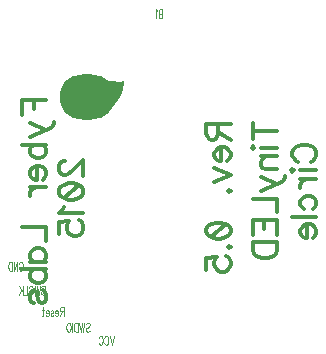
<source format=gbo>
G04 DipTrace 2.4.0.2*
%INcircle.gbo*%
%MOMM*%
%ADD10C,0.25*%
%ADD44O,4.663X3.825*%
%ADD69C,0.118*%
%ADD70C,0.314*%
%FSLAX53Y53*%
G04*
G71*
G90*
G75*
G01*
%LNBotSilk*%
%LPD*%
X23528Y36365D2*
D10*
G02X20178Y33340I-3237J218D01*
G01*
D44*
X20472Y35127D3*
G36*
X23454Y36414D2*
X21403Y36565D1*
X20828Y33615D1*
X22754Y34514D1*
X23279Y35465D1*
D1*
X23454Y36414D1*
G37*
X26896Y42541D2*
D69*
Y41775D1*
X26699D1*
X26633Y41812D1*
X26612Y41849D1*
X26590Y41921D1*
Y42031D1*
X26612Y42104D1*
X26633Y42140D1*
X26699Y42176D1*
X26633Y42213D1*
X26612Y42250D1*
X26590Y42322D1*
Y42395D1*
X26612Y42468D1*
X26633Y42505D1*
X26699Y42541D1*
X26896D1*
Y42176D2*
X26699D1*
X26449Y42394D2*
X26405Y42432D1*
X26339Y42540D1*
Y41775D1*
X22794Y14896D2*
X22619Y14130D1*
X22444Y14896D1*
X21975Y14714D2*
X21996Y14786D1*
X22040Y14860D1*
X22084Y14896D1*
X22171D1*
X22215Y14860D1*
X22259Y14786D1*
X22281Y14714D1*
X22303Y14604D1*
Y14422D1*
X22281Y14313D1*
X22259Y14240D1*
X22215Y14167D1*
X22171Y14130D1*
X22084D1*
X22040Y14167D1*
X21996Y14240D1*
X21975Y14313D1*
X21506Y14714D2*
X21527Y14786D1*
X21571Y14860D1*
X21615Y14896D1*
X21702D1*
X21746Y14860D1*
X21790Y14786D1*
X21812Y14714D1*
X21834Y14604D1*
Y14422D1*
X21812Y14313D1*
X21790Y14240D1*
X21746Y14167D1*
X21702Y14130D1*
X21615D1*
X21571Y14167D1*
X21527Y14240D1*
X21506Y14313D1*
X20427Y15884D2*
X20471Y15957D1*
X20536Y15993D1*
X20624D1*
X20689Y15957D1*
X20733Y15884D1*
Y15811D1*
X20711Y15738D1*
X20689Y15702D1*
X20646Y15665D1*
X20515Y15592D1*
X20471Y15556D1*
X20449Y15519D1*
X20427Y15446D1*
Y15337D1*
X20471Y15264D1*
X20536Y15227D1*
X20624D1*
X20689Y15264D1*
X20733Y15337D1*
X20286Y15993D2*
X20176Y15227D1*
X20067Y15993D1*
X19958Y15227D1*
X19848Y15993D1*
X19707D2*
Y15227D1*
X19554D1*
X19488Y15264D1*
X19444Y15337D1*
X19423Y15410D1*
X19401Y15519D1*
Y15702D1*
X19423Y15811D1*
X19444Y15884D1*
X19488Y15957D1*
X19554Y15993D1*
X19707D1*
X19260D2*
Y15227D1*
X18987Y15993D2*
X19031Y15957D1*
X19075Y15884D1*
X19097Y15811D1*
X19118Y15702D1*
Y15519D1*
X19097Y15410D1*
X19075Y15337D1*
X19031Y15264D1*
X18987Y15227D1*
X18900D1*
X18856Y15264D1*
X18812Y15337D1*
X18790Y15410D1*
X18769Y15519D1*
Y15702D1*
X18790Y15811D1*
X18812Y15884D1*
X18856Y15957D1*
X18900Y15993D1*
X18987D1*
X18520Y16964D2*
X18323D1*
X18258Y17001D1*
X18235Y17038D1*
X18214Y17110D1*
Y17183D1*
X18235Y17256D1*
X18258Y17293D1*
X18323Y17329D1*
X18520D1*
Y16563D1*
X18367Y16964D2*
X18214Y16563D1*
X18072Y16855D2*
X17810D1*
Y16928D1*
X17832Y17001D1*
X17854Y17038D1*
X17897Y17074D1*
X17963D1*
X18007Y17038D1*
X18051Y16964D1*
X18072Y16855D1*
Y16782D1*
X18051Y16673D1*
X18007Y16601D1*
X17963Y16563D1*
X17897D1*
X17854Y16601D1*
X17810Y16673D1*
X17428Y16964D2*
X17450Y17038D1*
X17516Y17074D1*
X17581D1*
X17647Y17038D1*
X17669Y16964D1*
X17647Y16892D1*
X17603Y16855D1*
X17494Y16819D1*
X17450Y16782D1*
X17428Y16709D1*
Y16673D1*
X17450Y16601D1*
X17516Y16563D1*
X17581D1*
X17647Y16601D1*
X17669Y16673D1*
X17287Y16855D2*
X17025D1*
Y16928D1*
X17047Y17001D1*
X17068Y17038D1*
X17112Y17074D1*
X17178D1*
X17221Y17038D1*
X17265Y16964D1*
X17287Y16855D1*
Y16782D1*
X17265Y16673D1*
X17221Y16601D1*
X17178Y16563D1*
X17112D1*
X17068Y16601D1*
X17025Y16673D1*
X16818Y17329D2*
Y16709D1*
X16796Y16601D1*
X16752Y16563D1*
X16709D1*
X16884Y17074D2*
X16731D1*
X16654Y19014D2*
X16697Y19087D1*
X16763Y19124D1*
X16850D1*
X16916Y19087D1*
X16960Y19014D1*
Y18942D1*
X16938Y18868D1*
X16916Y18832D1*
X16873Y18796D1*
X16741Y18723D1*
X16697Y18687D1*
X16676Y18649D1*
X16654Y18577D1*
Y18468D1*
X16697Y18395D1*
X16763Y18358D1*
X16850D1*
X16916Y18395D1*
X16960Y18468D1*
X16513Y19124D2*
X16403Y18358D1*
X16294Y19124D1*
X16185Y18358D1*
X16075Y19124D1*
X15606Y18942D2*
X15628Y19014D1*
X15672Y19087D1*
X15715Y19124D1*
X15802D1*
X15846Y19087D1*
X15890Y19014D1*
X15912Y18942D1*
X15934Y18832D1*
Y18649D1*
X15912Y18541D1*
X15890Y18468D1*
X15846Y18395D1*
X15802Y18358D1*
X15715D1*
X15672Y18395D1*
X15628Y18468D1*
X15606Y18541D1*
X15465Y19124D2*
Y18358D1*
X15202D1*
X15061Y19124D2*
Y18358D1*
X14755Y19124D2*
X15061Y18613D1*
X14952Y18796D2*
X14755Y18358D1*
X14753Y20987D2*
X14775Y21059D1*
X14818Y21132D1*
X14862Y21169D1*
X14949D1*
X14993Y21132D1*
X15037Y21059D1*
X15059Y20987D1*
X15081Y20877D1*
Y20694D1*
X15059Y20586D1*
X15037Y20512D1*
X14993Y20440D1*
X14949Y20403D1*
X14862D1*
X14818Y20440D1*
X14775Y20512D1*
X14753Y20586D1*
Y20694D1*
X14862D1*
X14305Y21169D2*
Y20403D1*
X14612Y21169D1*
Y20403D1*
X14164Y21169D2*
Y20403D1*
X14011D1*
X13945Y20440D1*
X13901Y20512D1*
X13880Y20586D1*
X13858Y20694D1*
Y20877D1*
X13880Y20987D1*
X13901Y21059D1*
X13945Y21132D1*
X14011Y21169D1*
X14164D1*
X15016Y33604D2*
D70*
Y34868D1*
X17058D1*
X15988D2*
Y34091D1*
X15696Y32877D2*
X17058Y32296D1*
X17446Y32489D1*
X17642Y32684D1*
X17738Y32877D1*
Y32976D1*
X15696Y31712D2*
X17058Y32296D1*
X15016Y31084D2*
X17058D1*
X15988D2*
X15793Y30889D1*
X15696Y30696D1*
Y30404D1*
X15793Y30210D1*
X15988Y30015D1*
X16280Y29918D1*
X16474D1*
X16766Y30015D1*
X16959Y30210D1*
X17058Y30404D1*
Y30696D1*
X16959Y30889D1*
X16766Y31084D1*
X16280Y29291D2*
Y28125D1*
X16085D1*
X15890Y28222D1*
X15793Y28318D1*
X15696Y28514D1*
Y28806D1*
X15793Y28999D1*
X15988Y29194D1*
X16280Y29291D1*
X16474D1*
X16766Y29194D1*
X16959Y28999D1*
X17058Y28806D1*
Y28514D1*
X16959Y28318D1*
X16766Y28125D1*
X15696Y27498D2*
X17058D1*
X16280D2*
X15988Y27399D1*
X15793Y27206D1*
X15696Y27010D1*
Y26718D1*
X15016Y24116D2*
X17058D1*
Y22950D1*
X15696Y21157D2*
X17058D1*
X15988D2*
X15793Y21350D1*
X15696Y21545D1*
Y21835D1*
X15793Y22031D1*
X15988Y22224D1*
X16280Y22323D1*
X16474D1*
X16766Y22224D1*
X16959Y22031D1*
X17058Y21835D1*
Y21545D1*
X16959Y21350D1*
X16766Y21157D1*
X15016Y20529D2*
X17058D1*
X15988D2*
X15793Y20334D1*
X15696Y20141D1*
Y19849D1*
X15793Y19656D1*
X15988Y19460D1*
X16280Y19364D1*
X16474D1*
X16766Y19460D1*
X16959Y19656D1*
X17058Y19849D1*
Y20141D1*
X16959Y20334D1*
X16766Y20529D1*
X15988Y17667D2*
X15793Y17764D1*
X15696Y18056D1*
Y18348D1*
X15793Y18640D1*
X15988Y18736D1*
X16182Y18640D1*
X16280Y18444D1*
X16377Y17959D1*
X16474Y17764D1*
X16669Y17667D1*
X16766D1*
X16959Y17764D1*
X17058Y18056D1*
Y18348D1*
X16959Y18640D1*
X16766Y18736D1*
X34562Y32237D2*
X36604D1*
X34562Y32918D2*
Y31557D1*
Y30929D2*
X34659Y30833D1*
X34562Y30734D1*
X34463Y30833D1*
X34562Y30929D1*
X35243Y30833D2*
X36604D1*
X35243Y30106D2*
X36604D1*
X35631D2*
X35339Y29814D1*
X35243Y29619D1*
Y29329D1*
X35339Y29134D1*
X35631Y29037D1*
X36604D1*
X35243Y28311D2*
X36604Y27729D1*
X36993Y27922D1*
X37188Y28118D1*
X37285Y28311D1*
Y28410D1*
X35243Y27145D2*
X36604Y27729D1*
X34562Y26518D2*
X36604D1*
Y25352D1*
X34562Y23462D2*
Y24725D1*
X36604D1*
Y23462D1*
X35535Y24725D2*
Y23947D1*
X34562Y22835D2*
X36604D1*
Y22154D1*
X36505Y21862D1*
X36312Y21667D1*
X36117Y21570D1*
X35827Y21474D1*
X35339D1*
X35047Y21570D1*
X34854Y21667D1*
X34659Y21862D1*
X34562Y22154D1*
Y22835D1*
X31591Y32856D2*
Y31983D1*
X31492Y31691D1*
X31395Y31592D1*
X31202Y31495D1*
X31007D1*
X30814Y31592D1*
X30715Y31691D1*
X30618Y31983D1*
Y32856D1*
X32660D1*
X31591Y32176D2*
X32660Y31495D1*
X31883Y30868D2*
Y29702D1*
X31687D1*
X31492Y29799D1*
X31395Y29895D1*
X31299Y30091D1*
Y30383D1*
X31395Y30576D1*
X31591Y30771D1*
X31883Y30868D1*
X32076D1*
X32368Y30771D1*
X32561Y30576D1*
X32660Y30383D1*
Y30091D1*
X32561Y29895D1*
X32368Y29702D1*
X31299Y29075D2*
X32660Y28491D1*
X31299Y27909D1*
X32465Y27185D2*
X32563Y27281D1*
X32660Y27185D1*
X32563Y27086D1*
X32465Y27185D1*
X30621Y23899D2*
X30717Y24191D1*
X31009Y24387D1*
X31494Y24483D1*
X31786D1*
X32271Y24387D1*
X32563Y24191D1*
X32660Y23899D1*
Y23706D1*
X32563Y23414D1*
X32271Y23221D1*
X31786Y23122D1*
X31494D1*
X31009Y23221D1*
X30717Y23414D1*
X30621Y23706D1*
Y23899D1*
X31009Y23221D2*
X32271Y24387D1*
X32465Y22398D2*
X32563Y22495D1*
X32660Y22398D1*
X32563Y22299D1*
X32465Y22398D1*
X30621Y20506D2*
Y21477D1*
X31494Y21573D1*
X31398Y21477D1*
X31299Y21185D1*
Y20895D1*
X31398Y20603D1*
X31591Y20407D1*
X31883Y20311D1*
X32076D1*
X32368Y20407D1*
X32563Y20603D1*
X32660Y20895D1*
Y21185D1*
X32563Y21477D1*
X32465Y21573D1*
X32271Y21672D1*
X18629Y29687D2*
X18532D1*
X18337Y29590D1*
X18240Y29493D1*
X18144Y29298D1*
Y28909D1*
X18240Y28716D1*
X18337Y28620D1*
X18532Y28521D1*
X18725D1*
X18921Y28620D1*
X19211Y28813D1*
X20183Y29785D1*
Y28424D1*
X18144Y27213D2*
X18240Y27505D1*
X18532Y27700D1*
X19017Y27797D1*
X19309D1*
X19795Y27700D1*
X20087Y27505D1*
X20183Y27213D1*
Y27020D1*
X20087Y26728D1*
X19795Y26534D1*
X19309Y26436D1*
X19017D1*
X18532Y26534D1*
X18240Y26728D1*
X18144Y27020D1*
Y27213D1*
X18532Y26534D2*
X19795Y27700D1*
X18532Y25808D2*
X18433Y25613D1*
X18144Y25321D1*
X20183D1*
X18144Y23528D2*
Y24498D1*
X19017Y24595D1*
X18921Y24498D1*
X18822Y24206D1*
Y23916D1*
X18921Y23624D1*
X19114Y23429D1*
X19406Y23332D1*
X19599D1*
X19891Y23429D1*
X20087Y23624D1*
X20183Y23916D1*
Y24206D1*
X20087Y24498D1*
X19988Y24595D1*
X19795Y24693D1*
X38381Y29625D2*
X38188Y29721D1*
X37992Y29917D1*
X37896Y30110D1*
Y30498D1*
X37992Y30694D1*
X38188Y30887D1*
X38381Y30986D1*
X38673Y31082D1*
X39160D1*
X39450Y30986D1*
X39645Y30887D1*
X39839Y30694D1*
X39937Y30498D1*
Y30110D1*
X39839Y29917D1*
X39645Y29721D1*
X39450Y29625D1*
X37896Y28997D2*
X37992Y28901D1*
X37896Y28802D1*
X37797Y28901D1*
X37896Y28997D1*
X38576Y28901D2*
X39937D1*
X38576Y28174D2*
X39937D1*
X39160D2*
X38868Y28076D1*
X38673Y27882D1*
X38576Y27687D1*
Y27395D1*
X38868Y25599D2*
X38673Y25795D1*
X38576Y25990D1*
Y26280D1*
X38673Y26475D1*
X38868Y26669D1*
X39160Y26767D1*
X39353D1*
X39645Y26669D1*
X39839Y26475D1*
X39937Y26280D1*
Y25990D1*
X39839Y25795D1*
X39645Y25599D1*
X37896Y24972D2*
X39937D1*
X39160Y24345D2*
Y23179D1*
X38965D1*
X38769Y23275D1*
X38673Y23372D1*
X38576Y23567D1*
Y23859D1*
X38673Y24053D1*
X38868Y24248D1*
X39160Y24345D1*
X39353D1*
X39645Y24248D1*
X39839Y24053D1*
X39937Y23859D1*
Y23567D1*
X39839Y23372D1*
X39645Y23179D1*
M02*

</source>
